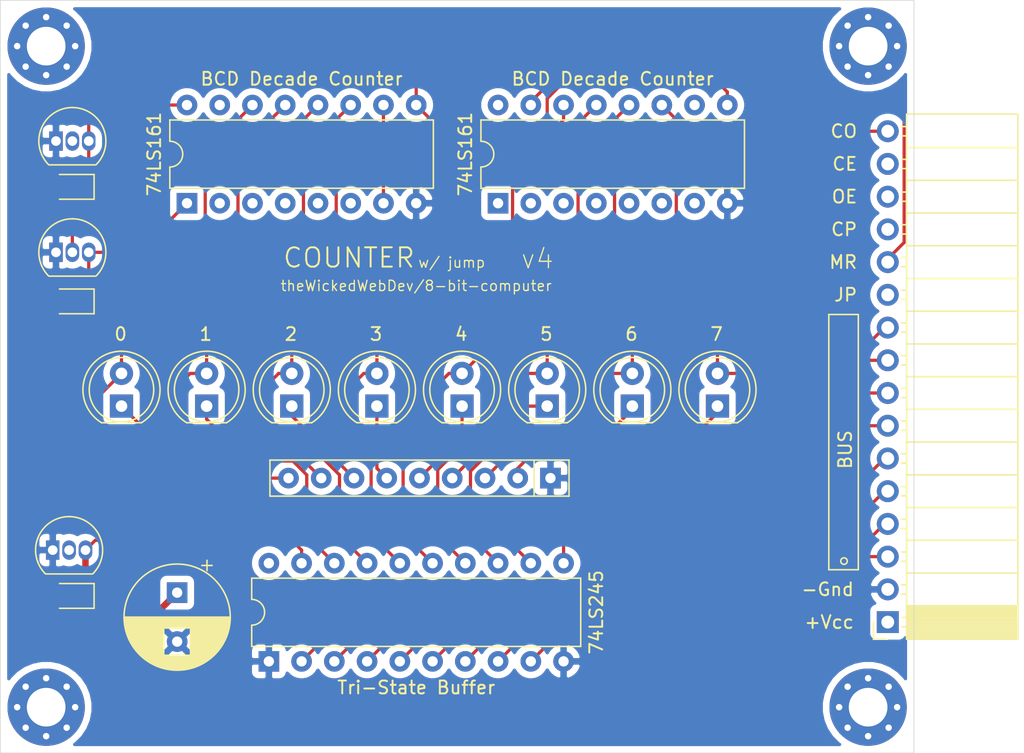
<source format=kicad_pcb>
(kicad_pcb (version 20171130) (host pcbnew "(5.1.10-1-10_14)")
  (layers (0 F.Cu signal) (1 In1.Cu signal) (2 In2.Cu signal hide) (31 B.Cu signal hide) (34 B.Paste user) (35 F.Paste user) (36 B.SilkS user) (37 F.SilkS user) (38 B.Mask user) (39 F.Mask user) (44 Edge.Cuts user))
  (net 0 "")
  (net 1 GND)
  (net 2 VCC)
  (net 3 CE)
  (net 4 OE)
  (net 5 CLOCK)
  (net 6 RESET)
  (net 7 JUMP)
  (net 8 "Net-(U12-Pad10)")
  (net 9 B0)
  (net 10 B1)
  (net 11 B2)
  (net 12 B3)
  (net 13 B4)
  (net 14 B5)
  (net 15 B6)
  (net 16 B7)
  (net 17 CARRY_OUT)
  (net 18 BUS_07)
  (net 19 BUS_06)
  (net 20 BUS_05)
  (net 21 BUS_04)
  (net 22 BUS_03)
  (net 23 BUS_02)
  (net 24 BUS_01)
  (net 25 BUS_00)
  (net 26 "Net-(D1-Pad1)")
  (net 27 "Net-(D2-Pad1)")
  (net 28 "Net-(D3-Pad1)")
  (net 29 "Net-(D4-Pad1)")
  (net 30 "Net-(D5-Pad1)")
  (net 31 "Net-(D6-Pad1)")
  (net 32 "Net-(D7-Pad1)")
  (net 33 "Net-(D8-Pad1)")
  (net 34 !JUMP)
  (net 35 !OE)
  (net 36 !RESET)
  (module Connector_PinSocket_2.54mm:PinSocket_1x16_P2.54mm_Horizontal (layer F.Cu) (at 148.1455 74.1045 180)
    (fp_text reference J22 hide)
    (fp_text value Conn_01x16 hide)
    (pad 1 thru_hole rect (at 0 0 180) (size 1.7 1.7) (drill 1) (layers *.Cu *.Mask) (net 2 VCC))
    (pad 2 thru_hole oval (at 0 2.54 180) (size 1.7 1.7) (drill 1) (layers *.Cu *.Mask) (net 1 GND))
    (pad 3 thru_hole oval (at 0 5.08 180) (size 1.7 1.7) (drill 1) (layers *.Cu *.Mask) (net 25 BUS_00))
    (pad 4 thru_hole oval (at 0 7.62 180) (size 1.7 1.7) (drill 1) (layers *.Cu *.Mask) (net 24 BUS_01))
    (pad 5 thru_hole oval (at 0 10.16 180) (size 1.7 1.7) (drill 1) (layers *.Cu *.Mask) (net 23 BUS_02))
    (pad 6 thru_hole oval (at 0 12.7 180) (size 1.7 1.7) (drill 1) (layers *.Cu *.Mask) (net 22 BUS_03))
    (pad 7 thru_hole oval (at 0 15.24 180) (size 1.7 1.7) (drill 1) (layers *.Cu *.Mask) (net 21 BUS_04))
    (pad 8 thru_hole oval (at 0 17.78 180) (size 1.7 1.7) (drill 1) (layers *.Cu *.Mask) (net 20 BUS_05))
    (pad 9 thru_hole oval (at 0 20.32 180) (size 1.7 1.7) (drill 1) (layers *.Cu *.Mask) (net 19 BUS_06))
    (pad 10 thru_hole oval (at 0 22.86 180) (size 1.7 1.7) (drill 1) (layers *.Cu *.Mask) (net 18 BUS_07))
    (pad 11 thru_hole oval (at 0 25.4 180) (size 1.7 1.7) (drill 1) (layers *.Cu *.Mask) (net 7 JUMP))
    (pad 12 thru_hole oval (at 0 27.94 180) (size 1.7 1.7) (drill 1) (layers *.Cu *.Mask) (net 6 RESET))
    (pad 13 thru_hole oval (at 0 30.48 180) (size 1.7 1.7) (drill 1) (layers *.Cu *.Mask) (net 5 CLOCK))
    (pad 14 thru_hole oval (at 0 33.02 180) (size 1.7 1.7) (drill 1) (layers *.Cu *.Mask) (net 4 OE))
    (pad 15 thru_hole oval (at 0 35.56 180) (size 1.7 1.7) (drill 1) (layers *.Cu *.Mask) (net 3 CE))
    (pad 16 thru_hole oval (at 0 38.1 180) (size 1.7 1.7) (drill 1) (layers *.Cu *.Mask) (net 17 CARRY_OUT))
  )
  (module Capacitor_THT:CP_Radial_D8.0mm_P3.80mm (layer F.Cu) (at 93.0275 71.8185 270)
    (fp_text reference C10 hide)
    (fp_text value CP1 hide)
    (pad 2 thru_hole circle (at 3.8 0 270) (size 1.6 1.6) (drill 0.8) (layers *.Cu *.Mask) (net 1 GND))
    (pad 1 thru_hole rect (at 0 0 270) (size 1.6 1.6) (drill 0.8) (layers *.Cu *.Mask) (net 2 VCC))
  )
  (module LED_SMD:LED_0805_2012Metric (layer F.Cu) (at 84.8995 49.2125 180)
    (fp_text reference R3 hide)
    (fp_text value R_Small_US hide)
    (pad 2 smd roundrect (at 0.9375 0 180) (size 0.975 1.4) (layers F.Cu F.Paste F.Mask) (net 2 VCC))
    (pad 1 smd roundrect (at -0.9375 0 180) (size 0.975 1.4) (layers F.Cu F.Paste F.Mask) (net 36 !RESET))
  )
  (module Package_TO_SOT_THT:TO-92_Inline (layer F.Cu) (at 83.6295 45.4025)
    (fp_text reference Q3 hide)
    (fp_text value PN2222A hide)
    (pad 1 thru_hole rect (at 0 0) (size 1.05 1.5) (drill 0.75) (layers *.Cu *.Mask) (net 1 GND))
    (pad 3 thru_hole oval (at 2.54 0) (size 1.05 1.5) (drill 0.75) (layers *.Cu *.Mask) (net 36 !RESET))
    (pad 2 thru_hole oval (at 1.27 0) (size 1.05 1.5) (drill 0.75) (layers *.Cu *.Mask) (net 6 RESET))
  )
  (module LED_SMD:LED_0805_2012Metric (layer F.Cu) (at 84.8995 72.0725 180)
    (fp_text reference R2 hide)
    (fp_text value R_Small_US hide)
    (pad 2 smd roundrect (at 0.9375 0 180) (size 0.975 1.4) (layers F.Cu F.Paste F.Mask) (net 2 VCC))
    (pad 1 smd roundrect (at -0.9375 0 180) (size 0.975 1.4) (layers F.Cu F.Paste F.Mask) (net 35 !OE))
  )
  (module Package_TO_SOT_THT:TO-92_Inline (layer F.Cu) (at 83.3755 68.5165)
    (fp_text reference Q2 hide)
    (fp_text value PN2222A hide)
    (pad 1 thru_hole rect (at 0 0) (size 1.05 1.5) (drill 0.75) (layers *.Cu *.Mask) (net 1 GND))
    (pad 3 thru_hole oval (at 2.54 0) (size 1.05 1.5) (drill 0.75) (layers *.Cu *.Mask) (net 35 !OE))
    (pad 2 thru_hole oval (at 1.27 0) (size 1.05 1.5) (drill 0.75) (layers *.Cu *.Mask) (net 4 OE))
  )
  (module LED_SMD:LED_0805_2012Metric (layer F.Cu) (at 84.8995 40.3225 180)
    (fp_text reference R1 hide)
    (fp_text value R_Small_US hide)
    (pad 2 smd roundrect (at 0.9375 0 180) (size 0.975 1.4) (layers F.Cu F.Paste F.Mask) (net 2 VCC))
    (pad 1 smd roundrect (at -0.9375 0 180) (size 0.975 1.4) (layers F.Cu F.Paste F.Mask) (net 34 !JUMP))
  )
  (module Package_TO_SOT_THT:TO-92_Inline (layer F.Cu) (at 83.6295 36.7665)
    (fp_text reference Q1 hide)
    (fp_text value PN2222A hide)
    (pad 1 thru_hole rect (at 0 0) (size 1.05 1.5) (drill 0.75) (layers *.Cu *.Mask) (net 1 GND))
    (pad 3 thru_hole oval (at 2.54 0) (size 1.05 1.5) (drill 0.75) (layers *.Cu *.Mask) (net 34 !JUMP))
    (pad 2 thru_hole oval (at 1.27 0) (size 1.05 1.5) (drill 0.75) (layers *.Cu *.Mask) (net 7 JUMP))
  )
  (module Resistor_THT:R_Array_SIP9 (layer F.Cu) (at 121.9835 62.9285 180)
    (fp_text reference RN1 hide)
    (fp_text value R_Network08 hide)
    (pad 9 thru_hole oval (at 20.32 0 180) (size 1.6 1.6) (drill 0.8) (layers *.Cu *.Mask) (net 26 "Net-(D1-Pad1)"))
    (pad 8 thru_hole oval (at 17.78 0 180) (size 1.6 1.6) (drill 0.8) (layers *.Cu *.Mask) (net 27 "Net-(D2-Pad1)"))
    (pad 7 thru_hole oval (at 15.24 0 180) (size 1.6 1.6) (drill 0.8) (layers *.Cu *.Mask) (net 28 "Net-(D3-Pad1)"))
    (pad 6 thru_hole oval (at 12.7 0 180) (size 1.6 1.6) (drill 0.8) (layers *.Cu *.Mask) (net 29 "Net-(D4-Pad1)"))
    (pad 5 thru_hole oval (at 10.16 0 180) (size 1.6 1.6) (drill 0.8) (layers *.Cu *.Mask) (net 30 "Net-(D5-Pad1)"))
    (pad 4 thru_hole oval (at 7.62 0 180) (size 1.6 1.6) (drill 0.8) (layers *.Cu *.Mask) (net 31 "Net-(D6-Pad1)"))
    (pad 3 thru_hole oval (at 5.08 0 180) (size 1.6 1.6) (drill 0.8) (layers *.Cu *.Mask) (net 32 "Net-(D7-Pad1)"))
    (pad 2 thru_hole oval (at 2.54 0 180) (size 1.6 1.6) (drill 0.8) (layers *.Cu *.Mask) (net 33 "Net-(D8-Pad1)"))
    (pad 1 thru_hole rect (at 0 0 180) (size 1.6 1.6) (drill 0.8) (layers *.Cu *.Mask) (net 1 GND))
  )
  (module LED_THT:LED_D5.0mm (layer F.Cu) (at 134.9375 57.3405 90)
    (fp_text reference D8 hide)
    (fp_text value LED)
    (pad 2 thru_hole circle (at 2.54 0 90) (size 1.8 1.8) (drill 0.9) (layers *.Cu *.Mask) (net 16 B7))
    (pad 1 thru_hole rect (at 0 0 90) (size 1.8 1.8) (drill 0.9) (layers *.Cu *.Mask) (net 33 "Net-(D8-Pad1)"))
  )
  (module LED_THT:LED_D5.0mm (layer F.Cu) (at 128.3335 57.3405 90)
    (fp_text reference D7 hide)
    (fp_text value LED)
    (pad 2 thru_hole circle (at 2.54 0 90) (size 1.8 1.8) (drill 0.9) (layers *.Cu *.Mask) (net 15 B6))
    (pad 1 thru_hole rect (at 0 0 90) (size 1.8 1.8) (drill 0.9) (layers *.Cu *.Mask) (net 32 "Net-(D7-Pad1)"))
  )
  (module LED_THT:LED_D5.0mm (layer F.Cu) (at 121.7295 57.3405 90)
    (fp_text reference D6 hide)
    (fp_text value LED)
    (pad 2 thru_hole circle (at 2.54 0 90) (size 1.8 1.8) (drill 0.9) (layers *.Cu *.Mask) (net 14 B5))
    (pad 1 thru_hole rect (at 0 0 90) (size 1.8 1.8) (drill 0.9) (layers *.Cu *.Mask) (net 31 "Net-(D6-Pad1)"))
  )
  (module LED_THT:LED_D5.0mm (layer F.Cu) (at 115.1255 57.3405 90)
    (fp_text reference D5 hide)
    (fp_text value LED)
    (pad 2 thru_hole circle (at 2.54 0 90) (size 1.8 1.8) (drill 0.9) (layers *.Cu *.Mask) (net 13 B4))
    (pad 1 thru_hole rect (at 0 0 90) (size 1.8 1.8) (drill 0.9) (layers *.Cu *.Mask) (net 30 "Net-(D5-Pad1)"))
  )
  (module LED_THT:LED_D5.0mm (layer F.Cu) (at 108.5215 57.3405 90)
    (fp_text reference D4 hide)
    (fp_text value LED)
    (pad 2 thru_hole circle (at 2.54 0 90) (size 1.8 1.8) (drill 0.9) (layers *.Cu *.Mask) (net 12 B3))
    (pad 1 thru_hole rect (at 0 0 90) (size 1.8 1.8) (drill 0.9) (layers *.Cu *.Mask) (net 29 "Net-(D4-Pad1)"))
  )
  (module LED_THT:LED_D5.0mm (layer F.Cu) (at 101.9175 57.3405 90)
    (fp_text reference D3 hide)
    (fp_text value LED)
    (pad 2 thru_hole circle (at 2.54 0 90) (size 1.8 1.8) (drill 0.9) (layers *.Cu *.Mask) (net 11 B2))
    (pad 1 thru_hole rect (at 0 0 90) (size 1.8 1.8) (drill 0.9) (layers *.Cu *.Mask) (net 28 "Net-(D3-Pad1)"))
  )
  (module LED_THT:LED_D5.0mm (layer F.Cu) (at 95.3135 57.3405 90)
    (fp_text reference D2 hide)
    (fp_text value LED)
    (pad 2 thru_hole circle (at 2.54 0 90) (size 1.8 1.8) (drill 0.9) (layers *.Cu *.Mask) (net 10 B1))
    (pad 1 thru_hole rect (at 0 0 90) (size 1.8 1.8) (drill 0.9) (layers *.Cu *.Mask) (net 27 "Net-(D2-Pad1)"))
  )
  (module LED_THT:LED_D5.0mm (layer F.Cu) (at 88.7095 57.3405 90)
    (fp_text reference D1 hide)
    (fp_text value LED)
    (pad 2 thru_hole circle (at 2.54 0 90) (size 1.8 1.8) (drill 0.9) (layers *.Cu *.Mask) (net 9 B0))
    (pad 1 thru_hole rect (at 0 0 90) (size 1.8 1.8) (drill 0.9) (layers *.Cu *.Mask) (net 26 "Net-(D1-Pad1)"))
  )
  (module MountingHole:MountingHole_3mm_Pad_Via (layer F.Cu) (at 82.8675 80.7085)
    (fp_text reference REF** hide)
    (fp_text value MountingHole_3mm_Pad_Via hide)
    (pad 1 thru_hole circle (at 1.59099 -1.59099) (size 0.8 0.8) (drill 0.5) (layers *.Cu *.Mask))
    (pad 1 thru_hole circle (at 0 -2.25) (size 0.8 0.8) (drill 0.5) (layers *.Cu *.Mask))
    (pad 1 thru_hole circle (at -1.59099 -1.59099) (size 0.8 0.8) (drill 0.5) (layers *.Cu *.Mask))
    (pad 1 thru_hole circle (at -2.25 0) (size 0.8 0.8) (drill 0.5) (layers *.Cu *.Mask))
    (pad 1 thru_hole circle (at -1.59099 1.59099) (size 0.8 0.8) (drill 0.5) (layers *.Cu *.Mask))
    (pad 1 thru_hole circle (at 0 2.25) (size 0.8 0.8) (drill 0.5) (layers *.Cu *.Mask))
    (pad 1 thru_hole circle (at 1.59099 1.59099) (size 0.8 0.8) (drill 0.5) (layers *.Cu *.Mask))
    (pad 1 thru_hole circle (at 2.25 0) (size 0.8 0.8) (drill 0.5) (layers *.Cu *.Mask))
    (pad 1 thru_hole circle (at 0 0) (size 6 6) (drill 3) (layers *.Cu *.Mask))
  )
  (module MountingHole:MountingHole_3mm_Pad_Via (layer F.Cu) (at 82.8675 29.4005)
    (fp_text reference REF** hide)
    (fp_text value MountingHole_3mm_Pad_Via hide)
    (pad 1 thru_hole circle (at 0 0) (size 6 6) (drill 3) (layers *.Cu *.Mask))
    (pad 1 thru_hole circle (at 2.25 0) (size 0.8 0.8) (drill 0.5) (layers *.Cu *.Mask))
    (pad 1 thru_hole circle (at 1.59099 1.59099) (size 0.8 0.8) (drill 0.5) (layers *.Cu *.Mask))
    (pad 1 thru_hole circle (at 0 2.25) (size 0.8 0.8) (drill 0.5) (layers *.Cu *.Mask))
    (pad 1 thru_hole circle (at -1.59099 1.59099) (size 0.8 0.8) (drill 0.5) (layers *.Cu *.Mask))
    (pad 1 thru_hole circle (at -2.25 0) (size 0.8 0.8) (drill 0.5) (layers *.Cu *.Mask))
    (pad 1 thru_hole circle (at -1.59099 -1.59099) (size 0.8 0.8) (drill 0.5) (layers *.Cu *.Mask))
    (pad 1 thru_hole circle (at 0 -2.25) (size 0.8 0.8) (drill 0.5) (layers *.Cu *.Mask))
    (pad 1 thru_hole circle (at 1.59099 -1.59099) (size 0.8 0.8) (drill 0.5) (layers *.Cu *.Mask))
  )
  (module MountingHole:MountingHole_3mm_Pad_Via (layer F.Cu) (at 146.6215 80.7085)
    (fp_text reference REF** hide)
    (fp_text value MountingHole_3mm_Pad_Via hide)
    (pad 1 thru_hole circle (at 0 0) (size 6 6) (drill 3) (layers *.Cu *.Mask))
    (pad 1 thru_hole circle (at 2.25 0) (size 0.8 0.8) (drill 0.5) (layers *.Cu *.Mask))
    (pad 1 thru_hole circle (at 1.59099 1.59099) (size 0.8 0.8) (drill 0.5) (layers *.Cu *.Mask))
    (pad 1 thru_hole circle (at 0 2.25) (size 0.8 0.8) (drill 0.5) (layers *.Cu *.Mask))
    (pad 1 thru_hole circle (at -1.59099 1.59099) (size 0.8 0.8) (drill 0.5) (layers *.Cu *.Mask))
    (pad 1 thru_hole circle (at -2.25 0) (size 0.8 0.8) (drill 0.5) (layers *.Cu *.Mask))
    (pad 1 thru_hole circle (at -1.59099 -1.59099) (size 0.8 0.8) (drill 0.5) (layers *.Cu *.Mask))
    (pad 1 thru_hole circle (at 0 -2.25) (size 0.8 0.8) (drill 0.5) (layers *.Cu *.Mask))
    (pad 1 thru_hole circle (at 1.59099 -1.59099) (size 0.8 0.8) (drill 0.5) (layers *.Cu *.Mask))
  )
  (module MountingHole:MountingHole_3mm_Pad_Via (layer F.Cu) (at 146.6215 29.4005)
    (fp_text reference REF** hide)
    (fp_text value MountingHole_3mm_Pad_Via hide)
    (pad 1 thru_hole circle (at 1.59099 -1.59099) (size 0.8 0.8) (drill 0.5) (layers *.Cu *.Mask))
    (pad 1 thru_hole circle (at 0 -2.25) (size 0.8 0.8) (drill 0.5) (layers *.Cu *.Mask))
    (pad 1 thru_hole circle (at -1.59099 -1.59099) (size 0.8 0.8) (drill 0.5) (layers *.Cu *.Mask))
    (pad 1 thru_hole circle (at -2.25 0) (size 0.8 0.8) (drill 0.5) (layers *.Cu *.Mask))
    (pad 1 thru_hole circle (at -1.59099 1.59099) (size 0.8 0.8) (drill 0.5) (layers *.Cu *.Mask))
    (pad 1 thru_hole circle (at 0 2.25) (size 0.8 0.8) (drill 0.5) (layers *.Cu *.Mask))
    (pad 1 thru_hole circle (at 1.59099 1.59099) (size 0.8 0.8) (drill 0.5) (layers *.Cu *.Mask))
    (pad 1 thru_hole circle (at 2.25 0) (size 0.8 0.8) (drill 0.5) (layers *.Cu *.Mask))
    (pad 1 thru_hole circle (at 0 0) (size 6 6) (drill 3) (layers *.Cu *.Mask))
  )
  (module Package_DIP:DIP-16_W7.62mm (layer F.Cu) (at 93.7895 41.5925 90)
    (fp_text reference U14 hide)
    (fp_text value 74LS161 (at 3.81 -2.54 270) (layer F.SilkS))
    (fp_text user "BCD Decade Counter" (at 9.652 8.89 180) (layer F.SilkS))
    (pad 16 thru_hole oval (at 7.62 0 90) (size 1.6 1.6) (drill 0.8) (layers *.Cu *.Mask) (net 2 VCC))
    (pad 8 thru_hole oval (at 0 17.78 90) (size 1.6 1.6) (drill 0.8) (layers *.Cu *.Mask) (net 1 GND))
    (pad 15 thru_hole oval (at 7.62 2.54 90) (size 1.6 1.6) (drill 0.8) (layers *.Cu *.Mask) (net 8 "Net-(U12-Pad10)"))
    (pad 7 thru_hole oval (at 0 15.24 90) (size 1.6 1.6) (drill 0.8) (layers *.Cu *.Mask) (net 3 CE))
    (pad 14 thru_hole oval (at 7.62 5.08 90) (size 1.6 1.6) (drill 0.8) (layers *.Cu *.Mask) (net 9 B0))
    (pad 6 thru_hole oval (at 0 12.7 90) (size 1.6 1.6) (drill 0.8) (layers *.Cu *.Mask) (net 22 BUS_03))
    (pad 13 thru_hole oval (at 7.62 7.62 90) (size 1.6 1.6) (drill 0.8) (layers *.Cu *.Mask) (net 10 B1))
    (pad 5 thru_hole oval (at 0 10.16 90) (size 1.6 1.6) (drill 0.8) (layers *.Cu *.Mask) (net 23 BUS_02))
    (pad 12 thru_hole oval (at 7.62 10.16 90) (size 1.6 1.6) (drill 0.8) (layers *.Cu *.Mask) (net 11 B2))
    (pad 4 thru_hole oval (at 0 7.62 90) (size 1.6 1.6) (drill 0.8) (layers *.Cu *.Mask) (net 24 BUS_01))
    (pad 11 thru_hole oval (at 7.62 12.7 90) (size 1.6 1.6) (drill 0.8) (layers *.Cu *.Mask) (net 12 B3))
    (pad 3 thru_hole oval (at 0 5.08 90) (size 1.6 1.6) (drill 0.8) (layers *.Cu *.Mask) (net 25 BUS_00))
    (pad 10 thru_hole oval (at 7.62 15.24 90) (size 1.6 1.6) (drill 0.8) (layers *.Cu *.Mask) (net 3 CE))
    (pad 2 thru_hole oval (at 0 2.54 90) (size 1.6 1.6) (drill 0.8) (layers *.Cu *.Mask) (net 5 CLOCK))
    (pad 9 thru_hole oval (at 7.62 17.78 90) (size 1.6 1.6) (drill 0.8) (layers *.Cu *.Mask) (net 34 !JUMP))
    (pad 1 thru_hole rect (at 0 0 90) (size 1.6 1.6) (drill 0.8) (layers *.Cu *.Mask) (net 36 !RESET))
  )
  (module Package_DIP:DIP-20_W7.62mm (layer F.Cu) (at 100.1395 77.1525 90)
    (fp_text reference U47 hide)
    (fp_text value 74LS245 (at 3.81 25.4 90) (layer F.SilkS))
    (fp_text user "Tri-State Buffer" (at -2.032 11.43 180) (layer F.SilkS))
    (pad 20 thru_hole oval (at 7.62 0 90) (size 1.6 1.6) (drill 0.8) (layers *.Cu *.Mask) (net 2 VCC))
    (pad 10 thru_hole oval (at 0 22.86 90) (size 1.6 1.6) (drill 0.8) (layers *.Cu *.Mask) (net 1 GND))
    (pad 19 thru_hole oval (at 7.62 2.54 90) (size 1.6 1.6) (drill 0.8) (layers *.Cu *.Mask) (net 35 !OE))
    (pad 9 thru_hole oval (at 0 20.32 90) (size 1.6 1.6) (drill 0.8) (layers *.Cu *.Mask) (net 25 BUS_00))
    (pad 18 thru_hole oval (at 7.62 5.08 90) (size 1.6 1.6) (drill 0.8) (layers *.Cu *.Mask) (net 9 B0))
    (pad 8 thru_hole oval (at 0 17.78 90) (size 1.6 1.6) (drill 0.8) (layers *.Cu *.Mask) (net 24 BUS_01))
    (pad 17 thru_hole oval (at 7.62 7.62 90) (size 1.6 1.6) (drill 0.8) (layers *.Cu *.Mask) (net 10 B1))
    (pad 7 thru_hole oval (at 0 15.24 90) (size 1.6 1.6) (drill 0.8) (layers *.Cu *.Mask) (net 23 BUS_02))
    (pad 16 thru_hole oval (at 7.62 10.16 90) (size 1.6 1.6) (drill 0.8) (layers *.Cu *.Mask) (net 11 B2))
    (pad 6 thru_hole oval (at 0 12.7 90) (size 1.6 1.6) (drill 0.8) (layers *.Cu *.Mask) (net 22 BUS_03))
    (pad 15 thru_hole oval (at 7.62 12.7 90) (size 1.6 1.6) (drill 0.8) (layers *.Cu *.Mask) (net 12 B3))
    (pad 5 thru_hole oval (at 0 10.16 90) (size 1.6 1.6) (drill 0.8) (layers *.Cu *.Mask) (net 21 BUS_04))
    (pad 14 thru_hole oval (at 7.62 15.24 90) (size 1.6 1.6) (drill 0.8) (layers *.Cu *.Mask) (net 13 B4))
    (pad 4 thru_hole oval (at 0 7.62 90) (size 1.6 1.6) (drill 0.8) (layers *.Cu *.Mask) (net 20 BUS_05))
    (pad 13 thru_hole oval (at 7.62 17.78 90) (size 1.6 1.6) (drill 0.8) (layers *.Cu *.Mask) (net 14 B5))
    (pad 3 thru_hole oval (at 0 5.08 90) (size 1.6 1.6) (drill 0.8) (layers *.Cu *.Mask) (net 19 BUS_06))
    (pad 12 thru_hole oval (at 7.62 20.32 90) (size 1.6 1.6) (drill 0.8) (layers *.Cu *.Mask) (net 15 B6))
    (pad 2 thru_hole oval (at 0 2.54 90) (size 1.6 1.6) (drill 0.8) (layers *.Cu *.Mask) (net 18 BUS_07))
    (pad 11 thru_hole oval (at 7.62 22.86 90) (size 1.6 1.6) (drill 0.8) (layers *.Cu *.Mask) (net 16 B7))
    (pad 1 thru_hole rect (at 0 0 90) (size 1.6 1.6) (drill 0.8) (layers *.Cu *.Mask) (net 1 GND))
  )
  (module Package_DIP:DIP-16_W7.62mm (layer F.Cu) (at 117.9195 41.5925 90)
    (fp_text reference U12 hide)
    (fp_text value 74LS161 (at 3.81 -2.54 90) (layer F.SilkS))
    (fp_text user "BCD Decade Counter" (at 9.652 8.89 180) (layer F.SilkS))
    (pad 16 thru_hole oval (at 7.62 0 90) (size 1.6 1.6) (drill 0.8) (layers *.Cu *.Mask) (net 2 VCC))
    (pad 8 thru_hole oval (at 0 17.78 90) (size 1.6 1.6) (drill 0.8) (layers *.Cu *.Mask) (net 1 GND))
    (pad 15 thru_hole oval (at 7.62 2.54 90) (size 1.6 1.6) (drill 0.8) (layers *.Cu *.Mask) (net 17 CARRY_OUT))
    (pad 7 thru_hole oval (at 0 15.24 90) (size 1.6 1.6) (drill 0.8) (layers *.Cu *.Mask) (net 2 VCC))
    (pad 14 thru_hole oval (at 7.62 5.08 90) (size 1.6 1.6) (drill 0.8) (layers *.Cu *.Mask) (net 13 B4))
    (pad 6 thru_hole oval (at 0 12.7 90) (size 1.6 1.6) (drill 0.8) (layers *.Cu *.Mask) (net 18 BUS_07))
    (pad 13 thru_hole oval (at 7.62 7.62 90) (size 1.6 1.6) (drill 0.8) (layers *.Cu *.Mask) (net 14 B5))
    (pad 5 thru_hole oval (at 0 10.16 90) (size 1.6 1.6) (drill 0.8) (layers *.Cu *.Mask) (net 19 BUS_06))
    (pad 12 thru_hole oval (at 7.62 10.16 90) (size 1.6 1.6) (drill 0.8) (layers *.Cu *.Mask) (net 15 B6))
    (pad 4 thru_hole oval (at 0 7.62 90) (size 1.6 1.6) (drill 0.8) (layers *.Cu *.Mask) (net 20 BUS_05))
    (pad 11 thru_hole oval (at 7.62 12.7 90) (size 1.6 1.6) (drill 0.8) (layers *.Cu *.Mask) (net 16 B7))
    (pad 3 thru_hole oval (at 0 5.08 90) (size 1.6 1.6) (drill 0.8) (layers *.Cu *.Mask) (net 21 BUS_04))
    (pad 10 thru_hole oval (at 7.62 15.24 90) (size 1.6 1.6) (drill 0.8) (layers *.Cu *.Mask) (net 8 "Net-(U12-Pad10)"))
    (pad 2 thru_hole oval (at 0 2.54 90) (size 1.6 1.6) (drill 0.8) (layers *.Cu *.Mask) (net 5 CLOCK))
    (pad 9 thru_hole oval (at 7.62 17.78 90) (size 1.6 1.6) (drill 0.8) (layers *.Cu *.Mask) (net 34 !JUMP))
    (pad 1 thru_hole rect (at 0 0 90) (size 1.6 1.6) (drill 0.8) (layers *.Cu *.Mask) (net 36 !RESET))
  )
  (gr_text 7 (at 135.4455 51.7525) (layer F.SilkS) (effects (font (size 1 1)) (justify right)))
  (gr_text 6 (at 128.8415 51.7525) (layer F.SilkS) (effects (font (size 1 1)) (justify right)))
  (gr_text 5 (at 122.2375 51.7525) (layer F.SilkS) (effects (font (size 1 1)) (justify right)))
  (gr_text 4 (at 115.6335 51.7525) (layer F.SilkS) (effects (font (size 1 1)) (justify right)))
  (gr_text 3 (at 109.0295 51.7525) (layer F.SilkS) (effects (font (size 1 1)) (justify right)))
  (gr_text 2 (at 102.4255 51.7525) (layer F.SilkS) (effects (font (size 1 1)) (justify right)))
  (gr_text 1 (at 95.8215 51.7525) (layer F.SilkS) (effects (font (size 1 1)) (justify right)))
  (gr_text 0 (at 89.2175 51.7525) (layer F.SilkS) (effects (font (size 1 1)) (justify right)))
  (gr_line (start 150.1775 25.8445) (end 146.6215 25.8445) (layer Edge.Cuts) (width 0.05))
  (gr_line (start 150.1775 29.4005) (end 150.1775 25.8445) (layer Edge.Cuts) (width 0.05))
  (gr_line (start 150.1775 84.2645) (end 150.1775 29.4005) (layer Edge.Cuts) (width 0.05))
  (gr_line (start 79.3115 84.2645) (end 150.1775 84.2645) (layer Edge.Cuts) (width 0.05))
  (gr_line (start 79.3115 25.8445) (end 79.3115 84.2645) (layer Edge.Cuts) (width 0.05))
  (gr_line (start 146.6215 25.8445) (end 79.3115 25.8445) (layer Edge.Cuts) (width 0.05))
  (gr_text +Vcc (at 145.6055 74.1045) (layer F.SilkS) (effects (font (size 1 1)) (justify right)))
  (gr_text -Gnd (at 145.6055 71.5645) (layer F.SilkS) (effects (font (size 1 1)) (justify right)))
  (gr_text MR (at 145.8595 46.1645) (layer F.SilkS) (effects (font (size 1 1)) (justify right)))
  (gr_circle (center 144.7515 69.3685) (end 145.0055 69.3685) (layer F.SilkS) (width 0.12))
  (gr_line (start 145.8595 50.2285) (end 145.8595 70.0405) (layer F.SilkS) (width 0.12))
  (gr_line (start 143.5735 70.0405) (end 145.8595 70.0405) (layer F.SilkS) (width 0.12))
  (gr_line (start 143.5735 67.5005) (end 143.5735 70.0405) (layer F.SilkS) (width 0.12))
  (gr_line (start 143.5735 50.2285) (end 143.5735 67.5005) (layer F.SilkS) (width 0.12))
  (gr_line (start 145.8595 50.2285) (end 143.5735 50.2285) (layer F.SilkS) (width 0.12))
  (gr_text JP (at 145.8595 48.7045) (layer F.SilkS) (effects (font (size 1 1)) (justify right)))
  (gr_text BUS (at 144.8435 59.1185 90) (layer F.SilkS) (effects (font (size 1 1)) (justify right)))
  (gr_text CP (at 145.8595 43.6245) (layer F.SilkS) (effects (font (size 1 1)) (justify right)))
  (gr_text OE (at 145.8595 41.0845) (layer F.SilkS) (effects (font (size 1 1)) (justify right)))
  (gr_text CE (at 145.8595 38.5445) (layer F.SilkS) (effects (font (size 1 1)) (justify right)))
  (gr_text CO (at 145.8595 36.0045) (layer F.SilkS) (effects (font (size 1 1)) (justify right)))
  (gr_text v4 (at 120.9675 45.9105) (layer F.SilkS) (effects (font (size 1.5 1.5) (thickness 0.1))))
  (gr_text "w/ jump" (at 114.3255 46.1945) (layer F.SilkS) (effects (font (size 0.8 0.8) (thickness 0.1))))
  (gr_text theWickedWebDev/8-bit-computer (at 111.5655 48.0045) (layer F.SilkS) (effects (font (size 0.8 0.8) (thickness 0.1))))
  (gr_text COUNTER (at 106.3561 45.8274) (layer F.SilkS) (effects (font (size 1.5 1.5))))
  (segment (start 93.7895 33.9725) (end 90.7415 33.9725) (width 0.25) (layer F.Cu) (net 2))
  (segment (start 90.7415 33.9725) (end 87.4395 37.2745) (width 0.25) (layer F.Cu) (net 2))
  (segment (start 87.4395 37.2745) (end 87.4395 41.0845) (width 0.25) (layer F.Cu) (net 2))
  (segment (start 87.4395 41.0845) (end 86.6775 41.8465) (width 0.25) (layer F.Cu) (net 2))
  (segment (start 86.6775 41.8465) (end 84.3915 41.8465) (width 0.25) (layer F.Cu) (net 2))
  (segment (start 83.962 41.417) (end 83.962 40.3225) (width 0.25) (layer F.Cu) (net 2))
  (segment (start 84.3915 41.8465) (end 83.962 41.417) (width 0.25) (layer F.Cu) (net 2))
  (segment (start 83.962 72.0725) (end 83.962 72.913) (width 0.5) (layer F.Cu) (net 2))
  (segment (start 83.962 72.913) (end 84.8995 73.8505) (width 0.5) (layer F.Cu) (net 2))
  (segment (start 83.962 52.944) (end 83.962 49.2125) (width 0.25) (layer F.Cu) (net 2))
  (segment (start 82.1055 54.8005) (end 83.962 52.944) (width 0.25) (layer F.Cu) (net 2))
  (segment (start 82.1055 70.216) (end 82.1055 54.8005) (width 0.25) (layer F.Cu) (net 2))
  (segment (start 83.962 72.0725) (end 82.1055 70.216) (width 0.25) (layer F.Cu) (net 2))
  (segment (start 90.9955 73.8505) (end 93.0275 71.8185) (width 0.5) (layer F.Cu) (net 2))
  (segment (start 84.8995 73.8505) (end 90.9955 73.8505) (width 0.5) (layer F.Cu) (net 2))
  (segment (start 109.0295 33.9725) (end 109.0295 41.5925) (width 0.25) (layer F.Cu) (net 3))
  (segment (start 147.8915 46.1645) (end 149.4155 44.6405) (width 0.25) (layer F.Cu) (net 6))
  (segment (start 149.4155 44.6405) (end 149.4155 34.7345) (width 0.25) (layer F.Cu) (net 6))
  (segment (start 149.4155 34.7345) (end 148.3995 33.7185) (width 0.25) (layer F.Cu) (net 6))
  (segment (start 148.3995 33.7185) (end 142.5575 33.7185) (width 0.25) (layer F.Cu) (net 6))
  (segment (start 142.5575 33.7185) (end 138.4935 29.6545) (width 0.25) (layer F.Cu) (net 6))
  (segment (start 110.2995 29.6545) (end 109.5375 30.4165) (width 0.25) (layer F.Cu) (net 6))
  (segment (start 138.4935 29.6545) (end 110.2995 29.6545) (width 0.25) (layer F.Cu) (net 6))
  (segment (start 109.5375 30.4165) (end 88.9635 30.4165) (width 0.25) (layer F.Cu) (net 6))
  (segment (start 88.9635 30.4165) (end 85.9155 33.4645) (width 0.25) (layer F.Cu) (net 6))
  (segment (start 85.9155 33.4645) (end 82.8675 33.4645) (width 0.25) (layer F.Cu) (net 6))
  (segment (start 82.8675 33.4645) (end 81.8515 34.4805) (width 0.25) (layer F.Cu) (net 6))
  (segment (start 81.8515 34.4805) (end 81.8515 41.8465) (width 0.25) (layer F.Cu) (net 6))
  (segment (start 81.8515 41.8465) (end 82.8675 42.8625) (width 0.25) (layer F.Cu) (net 6))
  (segment (start 82.8675 42.8625) (end 83.8835 42.8625) (width 0.25) (layer F.Cu) (net 6))
  (segment (start 84.8995 43.8785) (end 84.8995 45.4025) (width 0.25) (layer F.Cu) (net 6))
  (segment (start 83.8835 42.8625) (end 84.8995 43.8785) (width 0.25) (layer F.Cu) (net 6))
  (segment (start 95.204499 37.637501) (end 95.204499 43.225501) (width 0.25) (layer F.Cu) (net 9))
  (segment (start 98.8695 33.9725) (end 95.204499 37.637501) (width 0.25) (layer F.Cu) (net 9))
  (segment (start 88.7095 49.7205) (end 88.7095 54.8005) (width 0.25) (layer F.Cu) (net 9))
  (segment (start 95.204499 43.225501) (end 88.7095 49.7205) (width 0.25) (layer F.Cu) (net 9))
  (segment (start 105.2195 69.5325) (end 102.9335 67.2465) (width 0.25) (layer F.Cu) (net 9))
  (segment (start 102.9335 67.2465) (end 94.5515 67.2465) (width 0.25) (layer F.Cu) (net 9))
  (segment (start 94.5515 67.2465) (end 86.4235 59.1185) (width 0.25) (layer F.Cu) (net 9))
  (segment (start 86.4235 57.0865) (end 88.7095 54.8005) (width 0.25) (layer F.Cu) (net 9))
  (segment (start 86.4235 59.1185) (end 86.4235 57.0865) (width 0.25) (layer F.Cu) (net 9))
  (segment (start 97.744499 37.637501) (end 97.744499 45.003501) (width 0.25) (layer F.Cu) (net 10))
  (segment (start 101.4095 33.9725) (end 97.744499 37.637501) (width 0.25) (layer F.Cu) (net 10))
  (segment (start 95.3135 47.4345) (end 95.3135 54.8005) (width 0.25) (layer F.Cu) (net 10))
  (segment (start 97.744499 45.003501) (end 95.3135 47.4345) (width 0.25) (layer F.Cu) (net 10))
  (segment (start 103.078499 62.678497) (end 102.000512 61.60051) (width 0.25) (layer F.Cu) (net 10))
  (segment (start 102.000512 61.60051) (end 96.52551 61.60051) (width 0.25) (layer F.Cu) (net 10))
  (segment (start 103.078499 64.851499) (end 103.078499 62.678497) (width 0.25) (layer F.Cu) (net 10))
  (segment (start 107.7595 69.5325) (end 103.078499 64.851499) (width 0.25) (layer F.Cu) (net 10))
  (segment (start 96.52551 61.60051) (end 93.0275 58.1025) (width 0.25) (layer F.Cu) (net 10))
  (segment (start 93.0275 58.1025) (end 93.0275 55.8165) (width 0.25) (layer F.Cu) (net 10))
  (segment (start 94.0435 54.8005) (end 95.3135 54.8005) (width 0.25) (layer F.Cu) (net 10))
  (segment (start 93.0275 55.8165) (end 94.0435 54.8005) (width 0.25) (layer F.Cu) (net 10))
  (segment (start 102.824499 35.097501) (end 102.824499 46.527501) (width 0.25) (layer F.Cu) (net 11))
  (segment (start 103.9495 33.9725) (end 102.824499 35.097501) (width 0.25) (layer F.Cu) (net 11))
  (segment (start 101.9175 47.4345) (end 101.9175 54.8005) (width 0.25) (layer F.Cu) (net 11))
  (segment (start 102.824499 46.527501) (end 101.9175 47.4345) (width 0.25) (layer F.Cu) (net 11))
  (segment (start 105.618499 62.678497) (end 102.820502 59.8805) (width 0.25) (layer F.Cu) (net 11))
  (segment (start 105.618499 64.851499) (end 105.618499 62.678497) (width 0.25) (layer F.Cu) (net 11))
  (segment (start 110.2995 69.5325) (end 105.618499 64.851499) (width 0.25) (layer F.Cu) (net 11))
  (segment (start 102.820502 59.8805) (end 101.4095 59.8805) (width 0.25) (layer F.Cu) (net 11))
  (segment (start 101.4095 59.8805) (end 99.6315 58.1025) (width 0.25) (layer F.Cu) (net 11))
  (segment (start 99.6315 58.1025) (end 99.6315 56.0705) (width 0.25) (layer F.Cu) (net 11))
  (segment (start 100.9015 54.8005) (end 101.9175 54.8005) (width 0.25) (layer F.Cu) (net 11))
  (segment (start 99.6315 56.0705) (end 100.9015 54.8005) (width 0.25) (layer F.Cu) (net 11))
  (segment (start 105.364499 35.097501) (end 105.364499 44.785499) (width 0.25) (layer F.Cu) (net 12))
  (segment (start 106.4895 33.9725) (end 105.364499 35.097501) (width 0.25) (layer F.Cu) (net 12))
  (segment (start 108.5215 47.9425) (end 108.5215 54.8005) (width 0.25) (layer F.Cu) (net 12))
  (segment (start 105.364499 44.785499) (end 108.5215 47.9425) (width 0.25) (layer F.Cu) (net 12))
  (segment (start 108.071491 64.764491) (end 108.071491 61.716491) (width 0.25) (layer F.Cu) (net 12))
  (segment (start 112.8395 69.5325) (end 108.071491 64.764491) (width 0.25) (layer F.Cu) (net 12))
  (segment (start 108.071491 61.716491) (end 105.9815 59.6265) (width 0.25) (layer F.Cu) (net 12))
  (segment (start 105.9815 59.6265) (end 105.9815 56.3245) (width 0.25) (layer F.Cu) (net 12))
  (segment (start 107.5055 54.8005) (end 108.5215 54.8005) (width 0.25) (layer F.Cu) (net 12))
  (segment (start 105.9815 56.3245) (end 107.5055 54.8005) (width 0.25) (layer F.Cu) (net 12))
  (segment (start 112.8395 58.3565) (end 112.8395 56.0705) (width 0.25) (layer F.Cu) (net 13))
  (segment (start 112.8395 56.0705) (end 114.1095 54.8005) (width 0.25) (layer F.Cu) (net 13))
  (segment (start 110.5535 64.7065) (end 110.5535 60.6425) (width 0.25) (layer F.Cu) (net 13))
  (segment (start 110.5535 60.6425) (end 112.8395 58.3565) (width 0.25) (layer F.Cu) (net 13))
  (segment (start 114.1095 54.8005) (end 115.1255 54.8005) (width 0.25) (layer F.Cu) (net 13))
  (segment (start 115.3795 69.5325) (end 110.5535 64.7065) (width 0.25) (layer F.Cu) (net 13))
  (segment (start 122.9995 33.9725) (end 122.9995 35.10387) (width 0.25) (layer F.Cu) (net 13))
  (segment (start 119.044501 50.881499) (end 116.025499 53.900501) (width 0.25) (layer F.Cu) (net 13))
  (segment (start 122.9995 35.10387) (end 119.044501 39.058869) (width 0.25) (layer F.Cu) (net 13))
  (segment (start 119.044501 39.058869) (end 119.044501 50.881499) (width 0.25) (layer F.Cu) (net 13))
  (segment (start 116.025499 53.900501) (end 115.1255 54.8005) (width 0.25) (layer F.Cu) (net 13))
  (segment (start 124.124501 35.387499) (end 124.124501 45.547499) (width 0.25) (layer F.Cu) (net 14))
  (segment (start 125.5395 33.9725) (end 124.124501 35.387499) (width 0.25) (layer F.Cu) (net 14))
  (segment (start 121.7295 47.9425) (end 121.7295 54.8005) (width 0.25) (layer F.Cu) (net 14))
  (segment (start 124.124501 45.547499) (end 121.7295 47.9425) (width 0.25) (layer F.Cu) (net 14))
  (segment (start 113.238499 64.851499) (end 113.238499 62.275501) (width 0.25) (layer F.Cu) (net 14))
  (segment (start 117.9195 69.5325) (end 113.238499 64.851499) (width 0.25) (layer F.Cu) (net 14))
  (segment (start 113.238499 62.275501) (end 118.6815 56.8325) (width 0.25) (layer F.Cu) (net 14))
  (segment (start 118.6815 56.8325) (end 118.6815 55.5625) (width 0.25) (layer F.Cu) (net 14))
  (segment (start 119.4435 54.8005) (end 121.7295 54.8005) (width 0.25) (layer F.Cu) (net 14))
  (segment (start 118.6815 55.5625) (end 119.4435 54.8005) (width 0.25) (layer F.Cu) (net 14))
  (segment (start 126.954499 35.097501) (end 126.954499 46.309499) (width 0.25) (layer F.Cu) (net 15))
  (segment (start 128.0795 33.9725) (end 126.954499 35.097501) (width 0.25) (layer F.Cu) (net 15))
  (segment (start 128.3335 47.6885) (end 128.3335 54.8005) (width 0.25) (layer F.Cu) (net 15))
  (segment (start 126.954499 46.309499) (end 128.3335 47.6885) (width 0.25) (layer F.Cu) (net 15))
  (segment (start 126.8095 54.8005) (end 128.3335 54.8005) (width 0.25) (layer F.Cu) (net 15))
  (segment (start 125.2855 56.3245) (end 126.8095 54.8005) (width 0.25) (layer F.Cu) (net 15))
  (segment (start 125.2855 58.1025) (end 125.2855 56.3245) (width 0.25) (layer F.Cu) (net 15))
  (segment (start 124.0155 59.3725) (end 125.2855 58.1025) (width 0.25) (layer F.Cu) (net 15))
  (segment (start 120.4595 69.5325) (end 115.778499 64.851499) (width 0.25) (layer F.Cu) (net 15))
  (segment (start 115.778499 62.388499) (end 118.794498 59.3725) (width 0.25) (layer F.Cu) (net 15))
  (segment (start 115.778499 64.851499) (end 115.778499 62.388499) (width 0.25) (layer F.Cu) (net 15))
  (segment (start 118.794498 59.3725) (end 124.0155 59.3725) (width 0.25) (layer F.Cu) (net 15))
  (segment (start 131.744501 35.097501) (end 131.744501 44.495501) (width 0.25) (layer F.Cu) (net 16))
  (segment (start 130.6195 33.9725) (end 131.744501 35.097501) (width 0.25) (layer F.Cu) (net 16))
  (segment (start 134.9375 47.6885) (end 134.9375 54.8005) (width 0.25) (layer F.Cu) (net 16))
  (segment (start 131.744501 44.495501) (end 134.9375 47.6885) (width 0.25) (layer F.Cu) (net 16))
  (segment (start 122.9995 69.5325) (end 122.9995 66.2305) (width 0.25) (layer F.Cu) (net 16))
  (segment (start 122.9995 66.2305) (end 127.3175 61.9125) (width 0.25) (layer F.Cu) (net 16))
  (segment (start 127.3175 61.9125) (end 133.6675 61.9125) (width 0.25) (layer F.Cu) (net 16))
  (segment (start 133.6675 61.9125) (end 137.7315 57.8485) (width 0.25) (layer F.Cu) (net 16))
  (segment (start 137.7315 57.8485) (end 137.7315 56.0705) (width 0.25) (layer F.Cu) (net 16))
  (segment (start 136.4615 54.8005) (end 134.9375 54.8005) (width 0.25) (layer F.Cu) (net 16))
  (segment (start 137.7315 56.0705) (end 136.4615 54.8005) (width 0.25) (layer F.Cu) (net 16))
  (segment (start 137.9855 31.1785) (end 122.9995 31.1785) (width 0.25) (layer F.Cu) (net 17))
  (segment (start 120.4595 33.7185) (end 120.4595 33.9725) (width 0.25) (layer F.Cu) (net 17))
  (segment (start 147.8915 36.0045) (end 144.0815 36.0045) (width 0.25) (layer F.Cu) (net 17))
  (segment (start 122.9995 31.1785) (end 120.4595 33.7185) (width 0.25) (layer F.Cu) (net 17))
  (segment (start 142.8115 36.0045) (end 137.9855 31.1785) (width 0.25) (layer F.Cu) (net 17))
  (segment (start 142.8115 36.0045) (end 144.0815 36.0045) (width 0.25) (layer F.Cu) (net 17))
  (segment (start 146.1135 53.0225) (end 147.8915 51.2445) (width 0.25) (layer F.Cu) (net 18))
  (segment (start 133.8867 65.874423) (end 133.895167 65.874423) (width 0.25) (layer F.Cu) (net 18))
  (segment (start 127.790701 71.970423) (end 133.8867 65.874423) (width 0.25) (layer F.Cu) (net 18))
  (segment (start 121.1867 71.970423) (end 127.790701 71.970423) (width 0.25) (layer F.Cu) (net 18))
  (segment (start 144.8435 54.92609) (end 144.8435 54.2925) (width 0.25) (layer F.Cu) (net 18))
  (segment (start 120.279701 72.877422) (end 121.1867 71.970423) (width 0.25) (layer F.Cu) (net 18))
  (segment (start 144.8435 54.2925) (end 146.1135 53.0225) (width 0.25) (layer F.Cu) (net 18))
  (segment (start 106.954578 72.877422) (end 120.279701 72.877422) (width 0.25) (layer F.Cu) (net 18))
  (segment (start 133.895167 65.874423) (end 144.8435 54.92609) (width 0.25) (layer F.Cu) (net 18))
  (segment (start 102.6795 77.1525) (end 106.954578 72.877422) (width 0.25) (layer F.Cu) (net 18))
  (segment (start 134.0731 66.324434) (end 134.081566 66.324434) (width 0.25) (layer F.Cu) (net 19))
  (segment (start 134.081566 66.324434) (end 146.6215 53.7845) (width 0.25) (layer F.Cu) (net 19))
  (segment (start 127.977101 72.420434) (end 134.0731 66.324434) (width 0.25) (layer F.Cu) (net 19))
  (segment (start 121.3731 72.420434) (end 127.977101 72.420434) (width 0.25) (layer F.Cu) (net 19))
  (segment (start 120.466101 73.327433) (end 121.3731 72.420434) (width 0.25) (layer F.Cu) (net 19))
  (segment (start 109.044567 73.327433) (end 120.466101 73.327433) (width 0.25) (layer F.Cu) (net 19))
  (segment (start 146.6215 53.7845) (end 147.8915 53.7845) (width 0.25) (layer F.Cu) (net 19))
  (segment (start 105.2195 77.1525) (end 109.044567 73.327433) (width 0.25) (layer F.Cu) (net 19))
  (segment (start 146.6215 56.3245) (end 147.8915 56.3245) (width 0.25) (layer F.Cu) (net 20))
  (segment (start 136.171555 66.774445) (end 146.6215 56.3245) (width 0.25) (layer F.Cu) (net 20))
  (segment (start 134.2595 66.774445) (end 136.171555 66.774445) (width 0.25) (layer F.Cu) (net 20))
  (segment (start 128.163501 72.870445) (end 134.2595 66.774445) (width 0.25) (layer F.Cu) (net 20))
  (segment (start 107.7595 77.1525) (end 111.134556 73.777444) (width 0.25) (layer F.Cu) (net 20))
  (segment (start 121.5595 72.870445) (end 128.163501 72.870445) (width 0.25) (layer F.Cu) (net 20))
  (segment (start 120.652501 73.777444) (end 121.5595 72.870445) (width 0.25) (layer F.Cu) (net 20))
  (segment (start 111.134556 73.777444) (end 120.652501 73.777444) (width 0.25) (layer F.Cu) (net 20))
  (segment (start 134.4459 67.224456) (end 138.261544 67.224456) (width 0.25) (layer F.Cu) (net 21))
  (segment (start 121.7459 73.320456) (end 128.349901 73.320456) (width 0.25) (layer F.Cu) (net 21))
  (segment (start 146.6215 58.8645) (end 147.8915 58.8645) (width 0.25) (layer F.Cu) (net 21))
  (segment (start 138.261544 67.224456) (end 146.6215 58.8645) (width 0.25) (layer F.Cu) (net 21))
  (segment (start 128.349901 73.320456) (end 134.4459 67.224456) (width 0.25) (layer F.Cu) (net 21))
  (segment (start 120.838901 74.227455) (end 121.7459 73.320456) (width 0.25) (layer F.Cu) (net 21))
  (segment (start 113.224545 74.227455) (end 120.838901 74.227455) (width 0.25) (layer F.Cu) (net 21))
  (segment (start 110.2995 77.1525) (end 113.224545 74.227455) (width 0.25) (layer F.Cu) (net 21))
  (segment (start 134.6323 67.674467) (end 141.621533 67.674467) (width 0.25) (layer F.Cu) (net 22))
  (segment (start 128.536301 73.770467) (end 134.6323 67.674467) (width 0.25) (layer F.Cu) (net 22))
  (segment (start 121.9323 73.770467) (end 128.536301 73.770467) (width 0.25) (layer F.Cu) (net 22))
  (segment (start 141.621533 67.674467) (end 147.8915 61.4045) (width 0.25) (layer F.Cu) (net 22))
  (segment (start 121.025301 74.677466) (end 121.9323 73.770467) (width 0.25) (layer F.Cu) (net 22))
  (segment (start 115.314534 74.677466) (end 121.025301 74.677466) (width 0.25) (layer F.Cu) (net 22))
  (segment (start 112.8395 77.1525) (end 115.314534 74.677466) (width 0.25) (layer F.Cu) (net 22))
  (segment (start 134.8187 68.124478) (end 143.711522 68.124478) (width 0.25) (layer F.Cu) (net 23))
  (segment (start 128.722701 74.220478) (end 134.8187 68.124478) (width 0.25) (layer F.Cu) (net 23))
  (segment (start 143.711522 68.124478) (end 147.8915 63.9445) (width 0.25) (layer F.Cu) (net 23))
  (segment (start 121.211701 75.127477) (end 122.1187 74.220478) (width 0.25) (layer F.Cu) (net 23))
  (segment (start 117.404523 75.127477) (end 121.211701 75.127477) (width 0.25) (layer F.Cu) (net 23))
  (segment (start 122.1187 74.220478) (end 128.722701 74.220478) (width 0.25) (layer F.Cu) (net 23))
  (segment (start 115.3795 77.1525) (end 117.404523 75.127477) (width 0.25) (layer F.Cu) (net 23))
  (segment (start 145.801511 68.574489) (end 147.8915 66.4845) (width 0.25) (layer F.Cu) (net 24))
  (segment (start 135.0051 68.574489) (end 145.801511 68.574489) (width 0.25) (layer F.Cu) (net 24))
  (segment (start 117.9195 77.1525) (end 119.494512 75.577488) (width 0.25) (layer F.Cu) (net 24))
  (segment (start 121.398101 75.577488) (end 122.3051 74.670489) (width 0.25) (layer F.Cu) (net 24))
  (segment (start 128.909101 74.670489) (end 135.0051 68.574489) (width 0.25) (layer F.Cu) (net 24))
  (segment (start 122.3051 74.670489) (end 128.909101 74.670489) (width 0.25) (layer F.Cu) (net 24))
  (segment (start 119.494512 75.577488) (end 121.398101 75.577488) (width 0.25) (layer F.Cu) (net 24))
  (segment (start 122.4915 75.1205) (end 120.4595 77.1525) (width 0.25) (layer F.Cu) (net 25))
  (segment (start 129.0955 75.1205) (end 122.4915 75.1205) (width 0.25) (layer F.Cu) (net 25))
  (segment (start 135.1915 69.0245) (end 129.0955 75.1205) (width 0.25) (layer F.Cu) (net 25))
  (segment (start 146.6215 69.0245) (end 135.1915 69.0245) (width 0.25) (layer F.Cu) (net 25))
  (segment (start 146.6215 69.0245) (end 147.8915 69.0245) (width 0.25) (layer F.Cu) (net 25))
  (segment (start 94.2975 62.9285) (end 101.6635 62.9285) (width 0.25) (layer F.Cu) (net 26))
  (segment (start 88.7095 57.3405) (end 94.2975 62.9285) (width 0.25) (layer F.Cu) (net 26))
  (segment (start 95.3135 57.3405) (end 95.3135 58.3565) (width 0.25) (layer F.Cu) (net 27))
  (segment (start 95.3135 58.3565) (end 98.1075 61.1505) (width 0.25) (layer F.Cu) (net 27))
  (segment (start 102.4255 61.1505) (end 104.2035 62.9285) (width 0.25) (layer F.Cu) (net 27))
  (segment (start 98.1075 61.1505) (end 102.4255 61.1505) (width 0.25) (layer F.Cu) (net 27))
  (segment (start 101.9175 58.1025) (end 106.7435 62.9285) (width 0.25) (layer F.Cu) (net 28))
  (segment (start 101.9175 57.3405) (end 101.9175 58.1025) (width 0.25) (layer F.Cu) (net 28))
  (segment (start 108.5215 62.1665) (end 109.2835 62.9285) (width 0.25) (layer F.Cu) (net 29))
  (segment (start 108.5215 57.3405) (end 108.5215 62.1665) (width 0.25) (layer F.Cu) (net 29))
  (segment (start 115.1255 59.6265) (end 111.8235 62.9285) (width 0.25) (layer F.Cu) (net 30))
  (segment (start 115.1255 57.3405) (end 115.1255 59.6265) (width 0.25) (layer F.Cu) (net 30))
  (segment (start 119.9515 57.3405) (end 114.3635 62.9285) (width 0.25) (layer F.Cu) (net 31))
  (segment (start 121.7295 57.3405) (end 119.9515 57.3405) (width 0.25) (layer F.Cu) (net 31))
  (segment (start 128.3335 57.3405) (end 128.3335 57.5945) (width 0.25) (layer F.Cu) (net 32))
  (segment (start 128.3335 57.5945) (end 125.5395 60.3885) (width 0.25) (layer F.Cu) (net 32))
  (segment (start 119.4435 60.3885) (end 116.9035 62.9285) (width 0.25) (layer F.Cu) (net 32))
  (segment (start 125.5395 60.3885) (end 119.4435 60.3885) (width 0.25) (layer F.Cu) (net 32))
  (segment (start 119.4435 62.1665) (end 119.4435 62.9285) (width 0.25) (layer F.Cu) (net 33))
  (segment (start 120.7135 60.8965) (end 119.4435 62.1665) (width 0.25) (layer F.Cu) (net 33))
  (segment (start 131.8895 60.8965) (end 120.7135 60.8965) (width 0.25) (layer F.Cu) (net 33))
  (segment (start 134.9375 57.8485) (end 131.8895 60.8965) (width 0.25) (layer F.Cu) (net 33))
  (segment (start 134.9375 57.3405) (end 134.9375 57.8485) (width 0.25) (layer F.Cu) (net 33))
  (segment (start 134.6835 31.9405) (end 135.6995 32.9565) (width 0.25) (layer F.Cu) (net 34))
  (segment (start 123.2535 31.9405) (end 134.6835 31.9405) (width 0.25) (layer F.Cu) (net 34))
  (segment (start 121.7295 33.4645) (end 123.2535 31.9405) (width 0.25) (layer F.Cu) (net 34))
  (segment (start 120.7135 35.7505) (end 121.7295 34.7345) (width 0.25) (layer F.Cu) (net 34))
  (segment (start 113.3475 35.7505) (end 120.7135 35.7505) (width 0.25) (layer F.Cu) (net 34))
  (segment (start 135.6995 32.9565) (end 135.6995 33.9725) (width 0.25) (layer F.Cu) (net 34))
  (segment (start 121.7295 34.7345) (end 121.7295 33.4645) (width 0.25) (layer F.Cu) (net 34))
  (segment (start 111.5695 33.9725) (end 113.3475 35.7505) (width 0.25) (layer F.Cu) (net 34))
  (segment (start 86.1695 36.7665) (end 86.1695 35.2425) (width 0.25) (layer F.Cu) (net 34))
  (segment (start 86.1695 35.2425) (end 89.9795 31.4325) (width 0.25) (layer F.Cu) (net 34))
  (segment (start 89.9795 31.4325) (end 110.5535 31.4325) (width 0.25) (layer F.Cu) (net 34))
  (segment (start 111.5695 32.4485) (end 111.5695 33.9725) (width 0.25) (layer F.Cu) (net 34))
  (segment (start 110.5535 31.4325) (end 111.5695 32.4485) (width 0.25) (layer F.Cu) (net 34))
  (segment (start 86.1695 39.99) (end 85.837 40.3225) (width 0.25) (layer F.Cu) (net 34))
  (segment (start 86.1695 36.7665) (end 86.1695 39.99) (width 0.25) (layer F.Cu) (net 34))
  (segment (start 85.9155 71.994) (end 85.837 72.0725) (width 0.5) (layer F.Cu) (net 35))
  (segment (start 85.9155 68.5165) (end 85.9155 71.994) (width 0.5) (layer F.Cu) (net 35))
  (segment (start 102.6795 69.5325) (end 102.6795 68.5165) (width 0.25) (layer F.Cu) (net 35))
  (segment (start 102.6795 68.5165) (end 101.9175 67.7545) (width 0.25) (layer F.Cu) (net 35))
  (segment (start 86.6775 67.7545) (end 85.9155 68.5165) (width 0.25) (layer F.Cu) (net 35))
  (segment (start 101.9175 67.7545) (end 86.6775 67.7545) (width 0.25) (layer F.Cu) (net 35))
  (segment (start 86.1695 48.88) (end 85.837 49.2125) (width 0.25) (layer F.Cu) (net 36))
  (segment (start 86.1695 45.4025) (end 86.1695 48.88) (width 0.25) (layer F.Cu) (net 36))
  (segment (start 89.9795 45.4025) (end 93.7895 41.5925) (width 0.25) (layer F.Cu) (net 36))
  (segment (start 86.1695 45.4025) (end 89.9795 45.4025) (width 0.25) (layer F.Cu) (net 36))
  (zone (net 1) (net_name GND) (layer B.Cu) (connect_pads (clearance 0.508)) (min_thickness 0.254) (fill yes (arc_segments 32) (thermal_gap 0.508) (thermal_bridge_width 0.508))
    (polygon (pts (xy 150.1775 84.2645) (xy 79.3115 84.2645) (xy 79.3115 25.8445) (xy 150.1775 25.8445)))
  )
)
</source>
